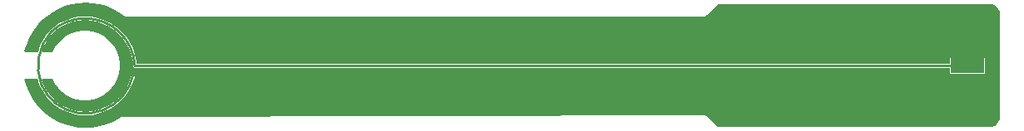
<source format=gtl>
%TF.GenerationSoftware,Altium Limited,Altium Designer,23.5.1 (21)*%
G04 Layer_Physical_Order=1*
G04 Layer_Color=255*
%FSLAX45Y45*%
%MOMM*%
%TF.SameCoordinates,75757FAF-FE09-4584-B843-4C1A24D4ADE9*%
%TF.FilePolarity,Positive*%
%TF.FileFunction,Copper,L1,Top,Signal*%
%TF.Part,Single*%
G01*
G75*
%TA.AperFunction,Conductor*%
%ADD10C,0.25400*%
%TA.AperFunction,ConnectorPad*%
%ADD11R,3.50000X1.50000*%
%TA.AperFunction,NonConductor*%
%ADD12C,0.25400*%
%TA.AperFunction,ViaPad*%
%ADD13C,0.60000*%
G36*
X5433663Y9023377D02*
X5504329Y9011371D01*
X5573206Y8991527D01*
X5639428Y8964097D01*
X5702163Y8929425D01*
X5749999Y8895483D01*
X5750486Y8896120D01*
X5757041Y8891740D01*
X5768746Y8889412D01*
X11663198D01*
X11663199Y8889411D01*
X11674905Y8891740D01*
X11684828Y8898371D01*
X11799270Y9012812D01*
X13092386D01*
X13092419Y9012819D01*
X13092456Y9012812D01*
X14546600Y9016150D01*
X14559300Y9016150D01*
X14571443Y9014806D01*
X14587616Y9012677D01*
X14614001Y9001747D01*
X14636659Y8984361D01*
X14654047Y8961703D01*
X14664975Y8935317D01*
X14667117Y8919047D01*
X14668449Y8907001D01*
D01*
X14668451Y8894303D01*
X14668449Y8894300D01*
Y7878482D01*
X14668451Y7878480D01*
X14668449Y7865782D01*
D01*
X14667117Y7853736D01*
X14664977Y7837466D01*
X14654047Y7811080D01*
X14636661Y7788422D01*
X14614001Y7771036D01*
X14587616Y7760106D01*
X14571443Y7757977D01*
X14559300Y7756632D01*
X14552950Y7755369D01*
X14546600Y7756632D01*
X11798511D01*
X11680596Y7870335D01*
X11675773Y7873432D01*
X11670984Y7876611D01*
X11670752Y7876656D01*
X11670554Y7876784D01*
X11664895Y7877803D01*
X11659271Y7878904D01*
X5757017Y7860877D01*
X5752105Y7864159D01*
X5740400Y7866488D01*
X5728695Y7864159D01*
X5723446Y7860652D01*
X5722779Y7861626D01*
X5702163Y7846999D01*
X5639428Y7812327D01*
X5573206Y7784896D01*
X5504329Y7765053D01*
X5433663Y7753046D01*
X5362097Y7749027D01*
X5290531Y7753046D01*
X5219865Y7765053D01*
X5150987Y7784896D01*
X5084765Y7812327D01*
X5022030Y7846999D01*
X4963572Y7888477D01*
X4910125Y7936240D01*
X4862362Y7989687D01*
X4820884Y8048145D01*
X4786211Y8110880D01*
X4758781Y8177103D01*
X4741012Y8238782D01*
X4749557Y8251482D01*
X4875151D01*
X4878407Y8235111D01*
X4893559Y8190475D01*
X4896524Y8181740D01*
X4896301Y8181538D01*
X4896300Y8181537D01*
X4896494Y8180561D01*
X4896495Y8180560D01*
X4897526Y8178382D01*
X4901906Y8170457D01*
X4929619Y8120314D01*
X4970077Y8063294D01*
X5016665Y8011162D01*
X5032816Y7996728D01*
X5040918Y7989280D01*
X5041281Y7988737D01*
X5041282Y7988736D01*
X5043752Y7985807D01*
X5045593Y7984193D01*
X5054141Y7978481D01*
X5101791Y7946643D01*
X5162410Y7916749D01*
X5226412Y7895023D01*
X5292702Y7881837D01*
X5360147Y7877417D01*
X5427591Y7881837D01*
X5493881Y7895023D01*
X5557883Y7916749D01*
X5618502Y7946643D01*
X5674700Y7984193D01*
X5725516Y8028758D01*
X5770081Y8079574D01*
X5807631Y8135772D01*
X5837525Y8196391D01*
X5859251Y8260393D01*
X5862613Y8277295D01*
X5864877Y8280683D01*
X5866251Y8287589D01*
X5866362Y8296144D01*
X5867024Y8299509D01*
X5865651Y8306415D01*
X5861739Y8312269D01*
X5855884Y8316181D01*
X5848978Y8317555D01*
X5848967Y8317553D01*
X5848204Y8317705D01*
X5841297Y8316331D01*
X5835443Y8312419D01*
X5831531Y8306565D01*
X5830826Y8303022D01*
X5830360Y8303112D01*
X5823754Y8269904D01*
X5803574Y8210454D01*
X5775806Y8154146D01*
X5740926Y8101945D01*
X5699531Y8054743D01*
X5652329Y8013348D01*
X5600127Y7978468D01*
X5543820Y7950700D01*
X5484370Y7930520D01*
X5422794Y7918271D01*
X5360147Y7914165D01*
X5297499Y7918271D01*
X5235923Y7930520D01*
X5176473Y7950700D01*
X5120166Y7978468D01*
X5076746Y8007480D01*
X5075044Y8008806D01*
X5066676Y8015606D01*
X5066676Y8015606D01*
X5042399Y8036896D01*
X4991767Y8094631D01*
X4949104Y8158481D01*
X4936521Y8183997D01*
X4931099Y8195050D01*
Y8195050D01*
X4926832Y8206537D01*
X4915886Y8238782D01*
X4923494Y8251482D01*
X5026395D01*
X5026808Y8250210D01*
X5052177Y8200422D01*
X5085021Y8155215D01*
X5124533Y8115703D01*
X5169739Y8082859D01*
X5219527Y8057491D01*
X5272670Y8040223D01*
X5327861Y8031482D01*
X5383739D01*
X5438929Y8040223D01*
X5492073Y8057491D01*
X5541860Y8082859D01*
X5587067Y8115703D01*
X5626579Y8155215D01*
X5659423Y8200422D01*
X5684791Y8250210D01*
X5702059Y8303353D01*
X5710800Y8358543D01*
Y8414422D01*
X5702059Y8469612D01*
X5684791Y8522755D01*
X5659423Y8572543D01*
X5626579Y8617749D01*
X5587067Y8657261D01*
X5541860Y8690106D01*
X5492073Y8715474D01*
X5438929Y8732741D01*
X5383739Y8741482D01*
X5327861D01*
X5272670Y8732741D01*
X5219527Y8715474D01*
X5169739Y8690106D01*
X5124533Y8657261D01*
X5085021Y8617749D01*
X5052177Y8572543D01*
X5026808Y8522755D01*
X5026395Y8521482D01*
X4928650D01*
X4921252Y8531805D01*
X4935472Y8573697D01*
X4965150Y8633877D01*
X5002429Y8689669D01*
X5019839Y8709521D01*
X5027564Y8718330D01*
X5036622Y8726559D01*
X5062186Y8748978D01*
X5114888Y8784192D01*
X5171735Y8812226D01*
X5231755Y8832600D01*
X5293920Y8844965D01*
X5344757Y8848297D01*
X5357168Y8848996D01*
X5369582Y8848307D01*
X5421028Y8844935D01*
X5483796Y8832450D01*
X5544398Y8811878D01*
X5601795Y8783573D01*
X5655007Y8748018D01*
X5703123Y8705821D01*
X5745320Y8657705D01*
X5780875Y8604493D01*
X5809181Y8547095D01*
X5829752Y8486494D01*
X5842237Y8423726D01*
X5845026Y8381177D01*
X5845971Y8381218D01*
X5847189Y8375094D01*
X5851101Y8369239D01*
X5856956Y8365327D01*
X5863862Y8363953D01*
X14158299D01*
Y8302000D01*
X14518300D01*
Y8462000D01*
X14158299D01*
Y8400047D01*
X5880538D01*
X5878672Y8428522D01*
X5865249Y8496005D01*
X5843132Y8561158D01*
X5812701Y8622867D01*
X5774475Y8680076D01*
X5729109Y8731806D01*
X5677379Y8777172D01*
X5620170Y8815398D01*
X5558461Y8845830D01*
X5493308Y8867946D01*
X5425825Y8881369D01*
X5357168Y8885869D01*
Y8885859D01*
X5289124Y8881399D01*
X5222243Y8868096D01*
X5157672Y8846177D01*
X5096514Y8816017D01*
X5039815Y8778133D01*
X5009278Y8751352D01*
X5003372Y8746174D01*
X5002731Y8745780D01*
X5002464Y8745846D01*
X5001215Y8745011D01*
X4994646Y8736410D01*
X4991287Y8732580D01*
X4973274Y8712040D01*
X4933324Y8652252D01*
X4901521Y8587760D01*
X4879022Y8521482D01*
X4746799D01*
X4740015Y8534182D01*
X4758781Y8599321D01*
X4786211Y8665544D01*
X4820884Y8728278D01*
X4862362Y8786737D01*
X4910125Y8840183D01*
X4963572Y8887946D01*
X5022030Y8929425D01*
X5084765Y8964097D01*
X5150987Y8991527D01*
X5219865Y9011371D01*
X5290531Y9023377D01*
X5362097Y9027396D01*
X5433663Y9023377D01*
D02*
G37*
D10*
X5357168Y8867043D02*
G03*
X5014992Y8732538I0J-502493D01*
G01*
X5014944Y8732494D02*
G03*
X5013429Y8730952I17345J-18556D01*
G01*
X5863862Y8382000D02*
G03*
X5357168Y8867043I-506695J-22135D01*
G01*
X4914140Y8186500D02*
G03*
X5054042Y8001498I543377J265514D01*
G01*
X4913416Y8188184D02*
G03*
X4914103Y8186580I23678J9195D01*
G01*
X5013429Y8730952D02*
G03*
X4913416Y8188184I395969J-353561D01*
G01*
X5055176Y8000551D02*
G03*
X5848978Y8299508I304970J393576D01*
G01*
X5054042Y8001498D02*
G03*
X5055177Y8000552I16830J19024D01*
G01*
X5014944Y8732494D02*
X5014992Y8732538D01*
X5863862Y8382000D02*
X5863863D01*
X14338300D01*
X4914103Y8186580D02*
X4914140Y8186500D01*
D11*
X14338300Y8652000D02*
D03*
Y8112000D02*
D03*
Y8382000D02*
D03*
D12*
X5848204Y8287589D02*
Y8299658D01*
D13*
X14600000Y7950000D02*
D03*
X14050000Y8200000D02*
D03*
X14500000Y7950000D02*
D03*
X14400000D02*
D03*
X14300000D02*
D03*
X14200000D02*
D03*
X14050000Y8100000D02*
D03*
X14100000Y8550000D02*
D03*
Y8650000D02*
D03*
X14500000Y8800000D02*
D03*
X14400000D02*
D03*
X14300000D02*
D03*
X14200000D02*
D03*
X5848204Y8299658D02*
D03*
X5115560Y8899562D02*
D03*
X4886960Y8709062D02*
D03*
X11859737Y8950470D02*
D03*
X5755640Y8335682D02*
D03*
Y8409342D02*
D03*
X5745480Y8483002D02*
D03*
X5722620Y8554122D02*
D03*
X5687060Y8617622D02*
D03*
X5580380Y8721762D02*
D03*
X5514340Y8759862D02*
D03*
X5443220Y8782722D02*
D03*
X5367020Y8787802D02*
D03*
X5290820Y8780182D02*
D03*
X5214620Y8762402D02*
D03*
X5146040Y8729382D02*
D03*
X4991100Y8208682D02*
D03*
X5077460Y8089302D02*
D03*
X5138420Y8043582D02*
D03*
X5204460Y8008022D02*
D03*
X5275580Y7982622D02*
D03*
X5349240Y7972462D02*
D03*
X5425440Y7977542D02*
D03*
X5499100Y7995322D02*
D03*
X5720080Y8188362D02*
D03*
X5566773Y8025535D02*
D03*
X5626597Y8071251D02*
D03*
X5087620Y8683662D02*
D03*
X4996180Y8566822D02*
D03*
X6089226Y8467762D02*
D03*
X6322906D02*
D03*
X6556585D02*
D03*
X6712372D02*
D03*
X6167119D02*
D03*
X6011333D02*
D03*
X6634478D02*
D03*
X6790265D02*
D03*
X6245013D02*
D03*
X6478692D02*
D03*
X6400799D02*
D03*
X6868158D02*
D03*
X5933440D02*
D03*
X7802876D02*
D03*
X7335517D02*
D03*
X7413410D02*
D03*
X7179731D02*
D03*
X7724983D02*
D03*
X7569196D02*
D03*
X6946051D02*
D03*
X7101837D02*
D03*
X7647090D02*
D03*
X7491303D02*
D03*
X7257624D02*
D03*
X7023944D02*
D03*
X8737594D02*
D03*
X8270235D02*
D03*
X8348128D02*
D03*
X8114449D02*
D03*
X8659701D02*
D03*
X8503914D02*
D03*
X7880769D02*
D03*
X8036555D02*
D03*
X8581808D02*
D03*
X8426021D02*
D03*
X8192342D02*
D03*
X7958662D02*
D03*
X9204953D02*
D03*
X9282846D02*
D03*
X9049167D02*
D03*
X9594419D02*
D03*
X9438632D02*
D03*
X8815487D02*
D03*
X8971273D02*
D03*
X9516526D02*
D03*
X9360739D02*
D03*
X9127060D02*
D03*
X8893380D02*
D03*
X9672312D02*
D03*
X10139671D02*
D03*
X10217564D02*
D03*
X9983885D02*
D03*
X10529137D02*
D03*
X10373350D02*
D03*
X9750205D02*
D03*
X9905991D02*
D03*
X10451244D02*
D03*
X10295457D02*
D03*
X10061778D02*
D03*
X9828098D02*
D03*
X10607030D02*
D03*
X11541748D02*
D03*
X11074389D02*
D03*
X11152282D02*
D03*
X10918602D02*
D03*
X11463855D02*
D03*
X11308068D02*
D03*
X10684923D02*
D03*
X10840709D02*
D03*
X11385961D02*
D03*
X11230175D02*
D03*
X10996496D02*
D03*
X10762816D02*
D03*
X12009107D02*
D03*
X12087000D02*
D03*
X11853320D02*
D03*
X11619641D02*
D03*
X11775427D02*
D03*
X12164893D02*
D03*
X11931214D02*
D03*
X11697534D02*
D03*
Y8305201D02*
D03*
X11931214D02*
D03*
X12164893D02*
D03*
X11775427D02*
D03*
X11619641D02*
D03*
X11853320D02*
D03*
X12087000D02*
D03*
X12009107D02*
D03*
X11541748D02*
D03*
X10762816D02*
D03*
X10996496D02*
D03*
X11230175D02*
D03*
X11385961D02*
D03*
X10840709D02*
D03*
X10684923D02*
D03*
X11308068D02*
D03*
X11463855D02*
D03*
X10918602D02*
D03*
X11152282D02*
D03*
X11074389D02*
D03*
X10607030D02*
D03*
X9828098D02*
D03*
X10061778D02*
D03*
X10295457D02*
D03*
X10451244D02*
D03*
X9905991D02*
D03*
X9750205D02*
D03*
X10373350D02*
D03*
X10529137D02*
D03*
X9983885D02*
D03*
X10217564D02*
D03*
X10139671D02*
D03*
X8893380D02*
D03*
X9127060D02*
D03*
X9360739D02*
D03*
X9516526D02*
D03*
X8971273D02*
D03*
X8815487D02*
D03*
X9438632D02*
D03*
X9594419D02*
D03*
X9049167D02*
D03*
X9282846D02*
D03*
X9204953D02*
D03*
X9672312D02*
D03*
X8737594D02*
D03*
X7958662D02*
D03*
X8192342D02*
D03*
X8426021D02*
D03*
X8581808D02*
D03*
X8036555D02*
D03*
X7880769D02*
D03*
X8503914D02*
D03*
X8659701D02*
D03*
X8114449D02*
D03*
X8348128D02*
D03*
X8270235D02*
D03*
X7023944D02*
D03*
X7257624D02*
D03*
X7491303D02*
D03*
X7647090D02*
D03*
X7101837D02*
D03*
X6946051D02*
D03*
X7569196D02*
D03*
X7724983D02*
D03*
X7179731D02*
D03*
X7413410D02*
D03*
X7335517D02*
D03*
X7802876D02*
D03*
X6868158D02*
D03*
X6400799D02*
D03*
X6478692D02*
D03*
X6245013D02*
D03*
X6790265D02*
D03*
X6634478D02*
D03*
X6011333D02*
D03*
X6167119D02*
D03*
X6712372D02*
D03*
X6556585D02*
D03*
X6322906D02*
D03*
X6089226D02*
D03*
X5915660Y8541422D02*
D03*
X5890260Y8610002D02*
D03*
X5854700Y8678582D02*
D03*
X5760720Y7972461D02*
D03*
X5854700Y8094381D02*
D03*
X5890260Y8162961D02*
D03*
X5915660Y8231541D02*
D03*
X5760720Y8800502D02*
D03*
X4820920Y8569362D02*
D03*
X4848860Y8640482D02*
D03*
X4991100Y8818282D02*
D03*
X5186680Y8924962D02*
D03*
X5260340Y8942742D02*
D03*
X5339080Y8950362D02*
D03*
X5416334Y8948186D02*
D03*
X5489373Y8930901D02*
D03*
X5560060Y8909722D02*
D03*
X5628640Y8881782D02*
D03*
X5692222Y8843543D02*
D03*
X4820920Y8203602D02*
D03*
X4848860Y8132482D02*
D03*
X4937760Y8008022D02*
D03*
X5049520Y7911502D02*
D03*
X5115560Y7873402D02*
D03*
X5186680Y7848002D02*
D03*
X5260340Y7830222D02*
D03*
X5339080Y7822602D02*
D03*
X5416334Y7824779D02*
D03*
X5489373Y7842063D02*
D03*
X5560060Y7863242D02*
D03*
X5628640Y7891182D02*
D03*
X5692222Y7929422D02*
D03*
X11521428Y8830982D02*
D03*
X11599321D02*
D03*
X11443535D02*
D03*
X11677214D02*
D03*
X11365641D02*
D03*
X10586710D02*
D03*
X10820389D02*
D03*
X11054069D02*
D03*
X11209855D02*
D03*
X10664603D02*
D03*
X10508817D02*
D03*
X11131962D02*
D03*
X11287748D02*
D03*
X10742496D02*
D03*
X10976176D02*
D03*
X10898282D02*
D03*
X9651992D02*
D03*
X9885671D02*
D03*
X10119351D02*
D03*
X10275137D02*
D03*
X9729885D02*
D03*
X9574099D02*
D03*
X10197244D02*
D03*
X10353030D02*
D03*
X9807778D02*
D03*
X10041458D02*
D03*
X9963565D02*
D03*
X10430924D02*
D03*
X9496206D02*
D03*
X8717274D02*
D03*
X8950953D02*
D03*
X9184633D02*
D03*
X9340419D02*
D03*
X8795167D02*
D03*
X8639381D02*
D03*
X9262526D02*
D03*
X9418312D02*
D03*
X8873060D02*
D03*
X9106740D02*
D03*
X9028847D02*
D03*
X7782556D02*
D03*
X8016235D02*
D03*
X8249915D02*
D03*
X8405701D02*
D03*
X7860449D02*
D03*
X7704663D02*
D03*
X8327808D02*
D03*
X8483594D02*
D03*
X7938342D02*
D03*
X8172022D02*
D03*
X8094129D02*
D03*
X8561488D02*
D03*
X6847838D02*
D03*
X7081517D02*
D03*
X7315197D02*
D03*
X7470983D02*
D03*
X6925731D02*
D03*
X6769945D02*
D03*
X7393090D02*
D03*
X7548876D02*
D03*
X7003624D02*
D03*
X7237304D02*
D03*
X7159411D02*
D03*
X7626770D02*
D03*
X6692052D02*
D03*
X6224693D02*
D03*
X6302586D02*
D03*
X6068906D02*
D03*
X6614158D02*
D03*
X6458372D02*
D03*
X5991013D02*
D03*
X6536265D02*
D03*
X6380479D02*
D03*
X6146799D02*
D03*
X5913120D02*
D03*
Y7941982D02*
D03*
X6146799D02*
D03*
X6380479D02*
D03*
X6536265D02*
D03*
X5991013D02*
D03*
X5835227D02*
D03*
X6458372D02*
D03*
X6614158D02*
D03*
X6068906D02*
D03*
X6302586D02*
D03*
X6224693D02*
D03*
X6692052D02*
D03*
X7626770D02*
D03*
X7159411D02*
D03*
X7237304D02*
D03*
X7003624D02*
D03*
X7548876D02*
D03*
X7393090D02*
D03*
X6769945D02*
D03*
X6925731D02*
D03*
X7470983D02*
D03*
X7315197D02*
D03*
X7081517D02*
D03*
X6847838D02*
D03*
X8561488D02*
D03*
X8094129D02*
D03*
X8172022D02*
D03*
X7938342D02*
D03*
X8483594D02*
D03*
X8327808D02*
D03*
X7704663D02*
D03*
X7860449D02*
D03*
X8405701D02*
D03*
X8249915D02*
D03*
X8016235D02*
D03*
X7782556D02*
D03*
X9496206D02*
D03*
X9028847D02*
D03*
X9106740D02*
D03*
X8873060D02*
D03*
X9418312D02*
D03*
X9262526D02*
D03*
X8639381D02*
D03*
X8795167D02*
D03*
X9340419D02*
D03*
X9184633D02*
D03*
X8950953D02*
D03*
X8717274D02*
D03*
X10430924D02*
D03*
X9963565D02*
D03*
X10041458D02*
D03*
X9807778D02*
D03*
X10353030D02*
D03*
X10197244D02*
D03*
X9574099D02*
D03*
X9729885D02*
D03*
X10275137D02*
D03*
X10119351D02*
D03*
X9885671D02*
D03*
X9651992D02*
D03*
X11365641D02*
D03*
X10898282D02*
D03*
X10976176D02*
D03*
X10742496D02*
D03*
X11287748D02*
D03*
X11131962D02*
D03*
X10508817D02*
D03*
X10664603D02*
D03*
X11209855D02*
D03*
X11054069D02*
D03*
X10820389D02*
D03*
X10586710D02*
D03*
X12399419Y7822602D02*
D03*
X11932060D02*
D03*
X12009954D02*
D03*
X11677214Y7941982D02*
D03*
X12321526Y7822602D02*
D03*
X12165740D02*
D03*
X11443535Y7941982D02*
D03*
X11599321D02*
D03*
X12243633Y7822602D02*
D03*
X12087847D02*
D03*
X11521428Y7941982D02*
D03*
X12633099Y7822602D02*
D03*
X12477313D02*
D03*
X12555206D02*
D03*
X13334137D02*
D03*
X13256244D02*
D03*
X12866779D02*
D03*
X13022565D02*
D03*
X12944672D02*
D03*
X13100458D02*
D03*
X12788885D02*
D03*
X12710992D02*
D03*
X13178351D02*
D03*
X14113069D02*
D03*
X14035176D02*
D03*
X14190962D02*
D03*
X13412032D02*
D03*
X13645711D02*
D03*
X13801495D02*
D03*
X13723602D02*
D03*
X13879390D02*
D03*
X13567818D02*
D03*
X13489925D02*
D03*
X13957283D02*
D03*
X14424641D02*
D03*
X14502534D02*
D03*
X14346748D02*
D03*
X14268855D02*
D03*
Y8950362D02*
D03*
X14346748D02*
D03*
X14502534D02*
D03*
X14424641D02*
D03*
X14190962D02*
D03*
X13957283D02*
D03*
X13489925D02*
D03*
X13567818D02*
D03*
X13879390D02*
D03*
X13723602D02*
D03*
X13801495D02*
D03*
X13645711D02*
D03*
X13412032D02*
D03*
X14035176D02*
D03*
X14113069D02*
D03*
X13178351D02*
D03*
X12710992D02*
D03*
X12788885D02*
D03*
X13100458D02*
D03*
X12944672D02*
D03*
X13022565D02*
D03*
X12866779D02*
D03*
X12633099D02*
D03*
X13256244D02*
D03*
X13334137D02*
D03*
X12555206D02*
D03*
X12477313D02*
D03*
X12087847D02*
D03*
X12243633D02*
D03*
X12165740D02*
D03*
X12321526D02*
D03*
X12009954D02*
D03*
X11932060D02*
D03*
X12399419D02*
D03*
X11744960Y8866542D02*
D03*
X11742420Y7906422D02*
D03*
X11793220Y7858162D02*
D03*
X14600000Y8800000D02*
D03*
Y8900000D02*
D03*
X12554359Y8305201D02*
D03*
X12632252D02*
D03*
X12398573D02*
D03*
X12320679D02*
D03*
X12710145D02*
D03*
X12476466D02*
D03*
X12242786D02*
D03*
Y8467762D02*
D03*
X12476466D02*
D03*
X12710145D02*
D03*
X12320679D02*
D03*
X12398573D02*
D03*
X12632252D02*
D03*
X12554359D02*
D03*
X13099611Y8305201D02*
D03*
X13177504D02*
D03*
X12943825D02*
D03*
X12865932D02*
D03*
X13255397D02*
D03*
X13021718D02*
D03*
X12788038D02*
D03*
Y8467762D02*
D03*
X13021718D02*
D03*
X13255397D02*
D03*
X12865932D02*
D03*
X12943825D02*
D03*
X13177504D02*
D03*
X13099611D02*
D03*
X13644862Y8305201D02*
D03*
X13722755D02*
D03*
X13489078D02*
D03*
X13411185D02*
D03*
X13800650D02*
D03*
X13566969D02*
D03*
X13333292D02*
D03*
Y8467762D02*
D03*
X13566969D02*
D03*
X13800650D02*
D03*
X13411185D02*
D03*
X13489078D02*
D03*
X13722755D02*
D03*
X13644862D02*
D03*
X13878543D02*
D03*
X13956436D02*
D03*
X14034329D02*
D03*
Y8305201D02*
D03*
X13956436D02*
D03*
X13878543D02*
D03*
%TF.MD5,f1e1270a54b31cc6f23ce9f36ec8d040*%
M02*

</source>
